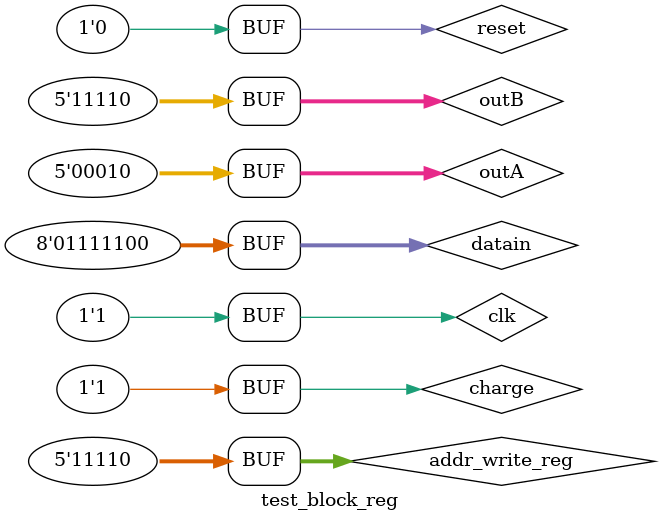
<source format=v>
`include "exemple/block_reg/block_reg.v"

module test_block_reg;
   parameter SIZE_ADDR_REG = 5;
   parameter SIZE_REG = 8;

   reg	     clk, reset, charge;
   reg [SIZE_ADDR_REG-1:0] addr_write_reg, outA, outB;
   reg [SIZE_REG-1:0] datain;

   wire [SIZE_REG-1:0] dataoutA, dataoutB;

   block_reg #(.SIZE_ADDR_REG(SIZE_ADDR_REG), .SIZE_REG(SIZE_REG))block_reg(clk, reset, charge,
									  addr_write_reg, outA, outB,
									  datain,
									  dataoutA, dataoutB);

   initial
     begin
	$dumpfile("signal_block_reg.vcd");
	$dumpvars;
	$display("\t\ttime, \tclk, \treset, \tcharge, \taddr_write_reg, \toutA, \toutB, \tdatain, \tdataoutA, \tdataoutB\n");
	$monitor("%d \t%b \t%b \t%b \t\t%d \t\t\t%d \t%d \t%d \t\t%d \t\t%d \n",
		 $time, clk, reset, charge, addr_write_reg, outA, outB, datain, dataoutA, dataoutB);

	$display("init");
	clk = 0;
	reset = 1;
	charge = 0;
	outA = 0;
	outB = 0;
	addr_write_reg = 0;
	datain = 0;
	#100;

	$display("on prepare la charge mais pas de clk");
	reset = 0;
	datain = 7;
	addr_write_reg = 2;
	charge = 1;
	outA = 2;
	#100;

	$display("on charge 7 dans 2");
	clk = 1;
	#100;

	$display("on enleve les signaux");
	clk = 0;
	charge = 0;
	addr_write_reg = 0;
	datain = 0;
	#100;
	
	$display("on clk");
	clk = 1;
	#100;
	
	$display ("enleve clk");
	clk = 0;
	#100;

	$display("charge sans clk");
	charge = 1;
	#100;

	$display("clk sans charge");
	clk = 1;
	charge = 0;
	#100;

	$display("charge 0 dans 2");
	clk = 1;
	charge = 1;
	addr_write_reg = 2;
	#100;

	$display ("enleve clk");
	clk = 0;
	#100

	$display("charge 250 dans 2");
	clk = 1;
	charge = 1;
	addr_write_reg = 2;
	datain = 250;
	#100;

	$display ("enleve clk");
	clk <= 0;
	#100

	$display("charge 124 dans 30");
	clk = 1;
	charge = 1;
	addr_write_reg = 30;
	datain = 124;
	outB = 30;
	#100;

     end
endmodule

</source>
